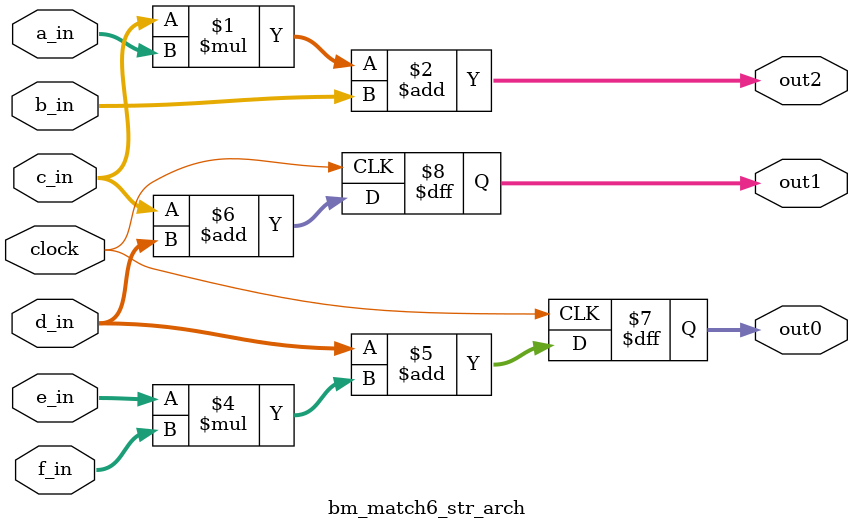
<source format=v>
`define BITS0 9         // Bit width of the operands
`define BITS2 18         // Bit width of the operands

module 	bm_match6_str_arch(clock, 
		a_in, 
		b_in,
		c_in, 
		d_in, 
		e_in, 
		f_in, 
		out0,
		out1,
		out2,
);

// SIGNAL DECLARATIONS
input	clock;

input [`BITS0-1:0] a_in;
input [`BITS0-1:0] b_in;
input [`BITS0-1:0] c_in;
input [`BITS0-1:0] d_in;
input [`BITS0-1:0] e_in;
input [`BITS0-1:0] f_in;

output [`BITS2-1:0] out0;
output [`BITS2-1:0] out1;
output [`BITS2-1:0] out2;

reg [`BITS2-1:0] out0;
reg [`BITS2-1:0] out1;
wire [`BITS2-1:0] out2;

assign out2 = c_in * a_in + b_in;

always @(posedge clock)
begin
	out0 <= d_in + e_in * f_in;
	out1 <= c_in + d_in;
end

endmodule

</source>
